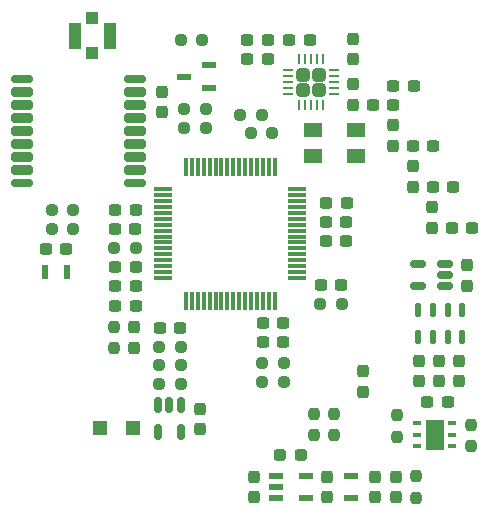
<source format=gbr>
%TF.GenerationSoftware,KiCad,Pcbnew,8.0.3*%
%TF.CreationDate,2025-04-12T20:53:01+02:00*%
%TF.ProjectId,picoballoon,7069636f-6261-46c6-9c6f-6f6e2e6b6963,rev?*%
%TF.SameCoordinates,Original*%
%TF.FileFunction,Paste,Top*%
%TF.FilePolarity,Positive*%
%FSLAX46Y46*%
G04 Gerber Fmt 4.6, Leading zero omitted, Abs format (unit mm)*
G04 Created by KiCad (PCBNEW 8.0.3) date 2025-04-12 20:53:01*
%MOMM*%
%LPD*%
G01*
G04 APERTURE LIST*
G04 Aperture macros list*
%AMRoundRect*
0 Rectangle with rounded corners*
0 $1 Rounding radius*
0 $2 $3 $4 $5 $6 $7 $8 $9 X,Y pos of 4 corners*
0 Add a 4 corners polygon primitive as box body*
4,1,4,$2,$3,$4,$5,$6,$7,$8,$9,$2,$3,0*
0 Add four circle primitives for the rounded corners*
1,1,$1+$1,$2,$3*
1,1,$1+$1,$4,$5*
1,1,$1+$1,$6,$7*
1,1,$1+$1,$8,$9*
0 Add four rect primitives between the rounded corners*
20,1,$1+$1,$2,$3,$4,$5,0*
20,1,$1+$1,$4,$5,$6,$7,0*
20,1,$1+$1,$6,$7,$8,$9,0*
20,1,$1+$1,$8,$9,$2,$3,0*%
G04 Aperture macros list end*
%ADD10R,1.300000X0.600000*%
%ADD11RoundRect,0.237500X0.250000X0.237500X-0.250000X0.237500X-0.250000X-0.237500X0.250000X-0.237500X0*%
%ADD12RoundRect,0.237500X-0.250000X-0.237500X0.250000X-0.237500X0.250000X0.237500X-0.250000X0.237500X0*%
%ADD13R,1.050000X2.200000*%
%ADD14R,1.000000X1.000000*%
%ADD15RoundRect,0.237500X0.237500X-0.250000X0.237500X0.250000X-0.237500X0.250000X-0.237500X-0.250000X0*%
%ADD16RoundRect,0.237500X0.237500X-0.300000X0.237500X0.300000X-0.237500X0.300000X-0.237500X-0.300000X0*%
%ADD17RoundRect,0.150000X0.512500X0.150000X-0.512500X0.150000X-0.512500X-0.150000X0.512500X-0.150000X0*%
%ADD18RoundRect,0.237500X-0.300000X-0.237500X0.300000X-0.237500X0.300000X0.237500X-0.300000X0.237500X0*%
%ADD19R,1.200000X0.600000*%
%ADD20RoundRect,0.237500X-0.237500X0.300000X-0.237500X-0.300000X0.237500X-0.300000X0.237500X0.300000X0*%
%ADD21RoundRect,0.237500X0.237500X-0.287500X0.237500X0.287500X-0.237500X0.287500X-0.237500X-0.287500X0*%
%ADD22RoundRect,0.237500X-0.237500X0.250000X-0.237500X-0.250000X0.237500X-0.250000X0.237500X0.250000X0*%
%ADD23RoundRect,0.237500X0.300000X0.237500X-0.300000X0.237500X-0.300000X-0.237500X0.300000X-0.237500X0*%
%ADD24RoundRect,0.237500X-0.237500X0.287500X-0.237500X-0.287500X0.237500X-0.287500X0.237500X0.287500X0*%
%ADD25RoundRect,0.237500X-0.287500X-0.237500X0.287500X-0.237500X0.287500X0.237500X-0.287500X0.237500X0*%
%ADD26RoundRect,0.150000X-0.150000X0.512500X-0.150000X-0.512500X0.150000X-0.512500X0.150000X0.512500X0*%
%ADD27R,1.200000X1.200000*%
%ADD28R,0.600000X1.250000*%
%ADD29RoundRect,0.075000X-0.700000X-0.075000X0.700000X-0.075000X0.700000X0.075000X-0.700000X0.075000X0*%
%ADD30RoundRect,0.075000X-0.075000X-0.700000X0.075000X-0.700000X0.075000X0.700000X-0.075000X0.700000X0*%
%ADD31RoundRect,0.125000X0.125000X-0.475000X0.125000X0.475000X-0.125000X0.475000X-0.125000X-0.475000X0*%
%ADD32R,1.250000X0.600000*%
%ADD33RoundRect,0.175000X0.725000X0.175000X-0.725000X0.175000X-0.725000X-0.175000X0.725000X-0.175000X0*%
%ADD34RoundRect,0.200000X0.700000X0.200000X-0.700000X0.200000X-0.700000X-0.200000X0.700000X-0.200000X0*%
%ADD35R,0.800000X0.450000*%
%ADD36R,1.600000X2.500000*%
%ADD37R,1.600000X1.250000*%
%ADD38RoundRect,0.062500X0.062500X0.362500X-0.062500X0.362500X-0.062500X-0.362500X0.062500X-0.362500X0*%
%ADD39RoundRect,0.062500X0.362500X0.062500X-0.362500X0.062500X-0.362500X-0.062500X0.362500X-0.062500X0*%
%ADD40RoundRect,0.250000X0.315000X0.315000X-0.315000X0.315000X-0.315000X-0.315000X0.315000X-0.315000X0*%
G04 APERTURE END LIST*
D10*
%TO.C,Q1*%
X136950000Y-92220000D03*
X136950000Y-90320000D03*
X134850000Y-91270000D03*
%TD*%
D11*
%TO.C,R21*%
X136390000Y-88140000D03*
X134565000Y-88140000D03*
%TD*%
D12*
%TO.C,R20*%
X134847500Y-95650000D03*
X136672500Y-95650000D03*
%TD*%
%TO.C,R19*%
X134867500Y-94000000D03*
X136692500Y-94000000D03*
%TD*%
D13*
%TO.C,J3*%
X128555000Y-87800000D03*
D14*
X127080000Y-86300000D03*
D13*
X125605000Y-87800000D03*
D14*
X127080000Y-89300000D03*
%TD*%
D15*
%TO.C,R6*%
X152900000Y-121762500D03*
X152900000Y-119937500D03*
%TD*%
%TO.C,R15*%
X147560000Y-121622500D03*
X147560000Y-119797500D03*
%TD*%
D16*
%TO.C,C37*%
X149980000Y-117952500D03*
X149980000Y-116227500D03*
%TD*%
D17*
%TO.C,U4*%
X156947500Y-109030000D03*
X156947500Y-108080000D03*
X156947500Y-107130000D03*
X154672500Y-107130000D03*
X154672500Y-109030000D03*
%TD*%
D18*
%TO.C,C7*%
X141537500Y-112100000D03*
X143262500Y-112100000D03*
%TD*%
D19*
%TO.C,PS1*%
X142640000Y-125060000D03*
X142640000Y-126010000D03*
X142640000Y-126960000D03*
X145140000Y-126960000D03*
X145140000Y-125060000D03*
%TD*%
D20*
%TO.C,C21*%
X158130000Y-115355000D03*
X158130000Y-117080000D03*
%TD*%
D16*
%TO.C,C19*%
X158810000Y-108960000D03*
X158810000Y-107235000D03*
%TD*%
D11*
%TO.C,R14*%
X134572500Y-114140000D03*
X132747500Y-114140000D03*
%TD*%
D20*
%TO.C,C20*%
X156460000Y-115355000D03*
X156460000Y-117080000D03*
%TD*%
D18*
%TO.C,C11*%
X146885000Y-101940000D03*
X148610000Y-101940000D03*
%TD*%
D21*
%TO.C,D3*%
X152790000Y-126905000D03*
X152790000Y-125155000D03*
%TD*%
D11*
%TO.C,R12*%
X128965000Y-105760000D03*
X130790000Y-105760000D03*
%TD*%
D22*
%TO.C,R11*%
X128960000Y-112457500D03*
X128960000Y-114282500D03*
%TD*%
D20*
%TO.C,C24*%
X133002500Y-92567500D03*
X133002500Y-94292500D03*
%TD*%
D16*
%TO.C,C18*%
X136230000Y-119387500D03*
X136230000Y-121112500D03*
%TD*%
D11*
%TO.C,R19*%
X143302500Y-117150000D03*
X141477500Y-117150000D03*
%TD*%
%TO.C,R13*%
X143292500Y-115500000D03*
X141467500Y-115500000D03*
%TD*%
D23*
%TO.C,C6*%
X129017500Y-104150000D03*
X130742500Y-104150000D03*
%TD*%
D12*
%TO.C,R7*%
X139597500Y-94480000D03*
X141422500Y-94480000D03*
%TD*%
D18*
%TO.C,C17*%
X132827500Y-112530000D03*
X134552500Y-112530000D03*
%TD*%
D23*
%TO.C,C32*%
X155891250Y-100615000D03*
X157616250Y-100615000D03*
%TD*%
D18*
%TO.C,C9*%
X146877500Y-103540000D03*
X148602500Y-103540000D03*
%TD*%
D24*
%TO.C,L8*%
X155883750Y-104060000D03*
X155883750Y-102310000D03*
%TD*%
D25*
%TO.C,L1*%
X142995000Y-123270000D03*
X144745000Y-123270000D03*
%TD*%
D12*
%TO.C,R8*%
X140497500Y-96060000D03*
X142322500Y-96060000D03*
%TD*%
D26*
%TO.C,U6*%
X134567500Y-119080000D03*
X133617500Y-119080000D03*
X132667500Y-119080000D03*
X132667500Y-121355000D03*
X134567500Y-121355000D03*
%TD*%
D22*
%TO.C,R16*%
X145840000Y-119797500D03*
X145840000Y-121622500D03*
%TD*%
D18*
%TO.C,C8*%
X141537500Y-113780000D03*
X143262500Y-113780000D03*
%TD*%
D27*
%TO.C,D1*%
X127730000Y-121040000D03*
X130530000Y-121040000D03*
%TD*%
D23*
%TO.C,C15*%
X130750000Y-110710000D03*
X129025000Y-110710000D03*
%TD*%
D18*
%TO.C,C23*%
X155457500Y-118820000D03*
X157182500Y-118820000D03*
%TD*%
D16*
%TO.C,C3*%
X146970000Y-126882500D03*
X146970000Y-125157500D03*
%TD*%
D28*
%TO.C,FB3*%
X123120000Y-107780000D03*
X124920000Y-107780000D03*
%TD*%
D18*
%TO.C,C12*%
X123125000Y-105850000D03*
X124850000Y-105850000D03*
%TD*%
D24*
%TO.C,D2*%
X130650000Y-112497500D03*
X130650000Y-114247500D03*
%TD*%
D29*
%TO.C,IC1*%
X133095000Y-100810000D03*
X133095000Y-101310000D03*
X133095000Y-101810000D03*
X133095000Y-102310000D03*
X133095000Y-102810000D03*
X133095000Y-103310000D03*
X133095000Y-103810000D03*
X133095000Y-104310000D03*
X133095000Y-104810000D03*
X133095000Y-105310000D03*
X133095000Y-105810000D03*
X133095000Y-106310000D03*
X133095000Y-106810000D03*
X133095000Y-107310000D03*
X133095000Y-107810000D03*
X133095000Y-108310000D03*
D30*
X135020000Y-110235000D03*
X135520000Y-110235000D03*
X136020000Y-110235000D03*
X136520000Y-110235000D03*
X137020000Y-110235000D03*
X137520000Y-110235000D03*
X138020000Y-110235000D03*
X138520000Y-110235000D03*
X139020000Y-110235000D03*
X139520000Y-110235000D03*
X140020000Y-110235000D03*
X140520000Y-110235000D03*
X141020000Y-110235000D03*
X141520000Y-110235000D03*
X142020000Y-110235000D03*
X142520000Y-110235000D03*
D29*
X144445000Y-108310000D03*
X144445000Y-107810000D03*
X144445000Y-107310000D03*
X144445000Y-106810000D03*
X144445000Y-106310000D03*
X144445000Y-105810000D03*
X144445000Y-105310000D03*
X144445000Y-104810000D03*
X144445000Y-104310000D03*
X144445000Y-103810000D03*
X144445000Y-103310000D03*
X144445000Y-102810000D03*
X144445000Y-102310000D03*
X144445000Y-101810000D03*
X144445000Y-101310000D03*
X144445000Y-100810000D03*
D30*
X142520000Y-98885000D03*
X142020000Y-98885000D03*
X141520000Y-98885000D03*
X141020000Y-98885000D03*
X140520000Y-98885000D03*
X140020000Y-98885000D03*
X139520000Y-98885000D03*
X139020000Y-98885000D03*
X138520000Y-98885000D03*
X138020000Y-98885000D03*
X137520000Y-98885000D03*
X137020000Y-98885000D03*
X136520000Y-98885000D03*
X136020000Y-98885000D03*
X135520000Y-98885000D03*
X135020000Y-98885000D03*
%TD*%
D18*
%TO.C,C10*%
X146877500Y-105170000D03*
X148602500Y-105170000D03*
%TD*%
D31*
%TO.C,U2*%
X154665000Y-113340000D03*
X155915000Y-113340000D03*
X157165000Y-113340000D03*
X158415000Y-113340000D03*
X158415000Y-111040000D03*
X157165000Y-111040000D03*
X155915000Y-111040000D03*
X154665000Y-111040000D03*
%TD*%
D12*
%TO.C,R3*%
X123645000Y-102550000D03*
X125470000Y-102550000D03*
%TD*%
D32*
%TO.C,FB1*%
X148980000Y-126920000D03*
X148980000Y-125120000D03*
%TD*%
D20*
%TO.C,C2*%
X140780000Y-125157500D03*
X140780000Y-126882500D03*
%TD*%
D23*
%TO.C,C5*%
X129032500Y-102580000D03*
X130757500Y-102580000D03*
%TD*%
D33*
%TO.C,U5*%
X121160000Y-100240000D03*
D34*
X121160000Y-99140000D03*
X121160000Y-98040000D03*
X121160000Y-96940000D03*
X121160000Y-95840000D03*
X121160000Y-94740000D03*
X121160000Y-93640000D03*
X121160000Y-92540000D03*
D33*
X121160000Y-91440000D03*
X130660000Y-91440000D03*
D34*
X130660000Y-92540000D03*
X130660000Y-93640000D03*
X130660000Y-94740000D03*
X130660000Y-95840000D03*
X130660000Y-96940000D03*
X130660000Y-98040000D03*
X130660000Y-99140000D03*
D33*
X130660000Y-100240000D03*
%TD*%
D22*
%TO.C,R1*%
X154520000Y-125107500D03*
X154520000Y-126932500D03*
%TD*%
D35*
%TO.C,HM1*%
X157510000Y-122580000D03*
X157510000Y-121580000D03*
X157510000Y-120580000D03*
X154610000Y-120580000D03*
X154610000Y-121580000D03*
X154610000Y-122580000D03*
D36*
X156060000Y-121580000D03*
%TD*%
D24*
%TO.C,L7*%
X154233750Y-100620000D03*
X154233750Y-98870000D03*
%TD*%
D11*
%TO.C,R2*%
X148212500Y-110530000D03*
X146387500Y-110530000D03*
%TD*%
D12*
%TO.C,R4*%
X123645000Y-104140000D03*
X125470000Y-104140000D03*
%TD*%
D23*
%TO.C,C13*%
X130752500Y-107400000D03*
X129027500Y-107400000D03*
%TD*%
%TO.C,C33*%
X157531250Y-104055000D03*
X159256250Y-104055000D03*
%TD*%
%TO.C,C14*%
X130750000Y-109040000D03*
X129025000Y-109040000D03*
%TD*%
D15*
%TO.C,R5*%
X159120000Y-122582500D03*
X159120000Y-120757500D03*
%TD*%
D18*
%TO.C,C16*%
X146437500Y-108900000D03*
X148162500Y-108900000D03*
%TD*%
D20*
%TO.C,C4*%
X151050000Y-125147500D03*
X151050000Y-126872500D03*
%TD*%
%TO.C,C22*%
X154780000Y-115355000D03*
X154780000Y-117080000D03*
%TD*%
D12*
%TO.C,R18*%
X132757500Y-115720000D03*
X134582500Y-115720000D03*
%TD*%
D11*
%TO.C,R17*%
X134562500Y-117310000D03*
X132737500Y-117310000D03*
%TD*%
D37*
%TO.C,Y1*%
X149433750Y-95825000D03*
X145733750Y-95825000D03*
X149433750Y-98025000D03*
X145733750Y-98025000D03*
%TD*%
D24*
%TO.C,L4*%
X149163750Y-89820000D03*
X149163750Y-88070000D03*
%TD*%
D23*
%TO.C,C27*%
X140198750Y-88145000D03*
X141923750Y-88145000D03*
%TD*%
%TO.C,C26*%
X143771250Y-88145000D03*
X145496250Y-88145000D03*
%TD*%
D24*
%TO.C,L5*%
X149173750Y-93660000D03*
X149173750Y-91910000D03*
%TD*%
%TO.C,L6*%
X152563750Y-97140000D03*
X152563750Y-95390000D03*
%TD*%
D23*
%TO.C,C28*%
X140201250Y-89775000D03*
X141926250Y-89775000D03*
%TD*%
D18*
%TO.C,C29*%
X152566250Y-93695000D03*
X150841250Y-93695000D03*
%TD*%
D23*
%TO.C,C30*%
X152581250Y-92045000D03*
X154306250Y-92045000D03*
%TD*%
D38*
%TO.C,U1*%
X146588750Y-93670000D03*
X146088750Y-93670000D03*
X145588750Y-93670000D03*
X145088750Y-93670000D03*
X144588750Y-93670000D03*
D39*
X143663750Y-92745000D03*
X143663750Y-92245000D03*
X143663750Y-91745000D03*
X143663750Y-91245000D03*
X143663750Y-90745000D03*
D38*
X144588750Y-89820000D03*
X145088750Y-89820000D03*
X145588750Y-89820000D03*
X146088750Y-89820000D03*
X146588750Y-89820000D03*
D39*
X147513750Y-90745000D03*
X147513750Y-91245000D03*
X147513750Y-91745000D03*
X147513750Y-92245000D03*
X147513750Y-92745000D03*
D40*
X144938750Y-91095000D03*
X144938750Y-92395000D03*
X146238750Y-91095000D03*
X146238750Y-92395000D03*
%TD*%
D23*
%TO.C,C31*%
X154231250Y-97145000D03*
X155956250Y-97145000D03*
%TD*%
M02*

</source>
